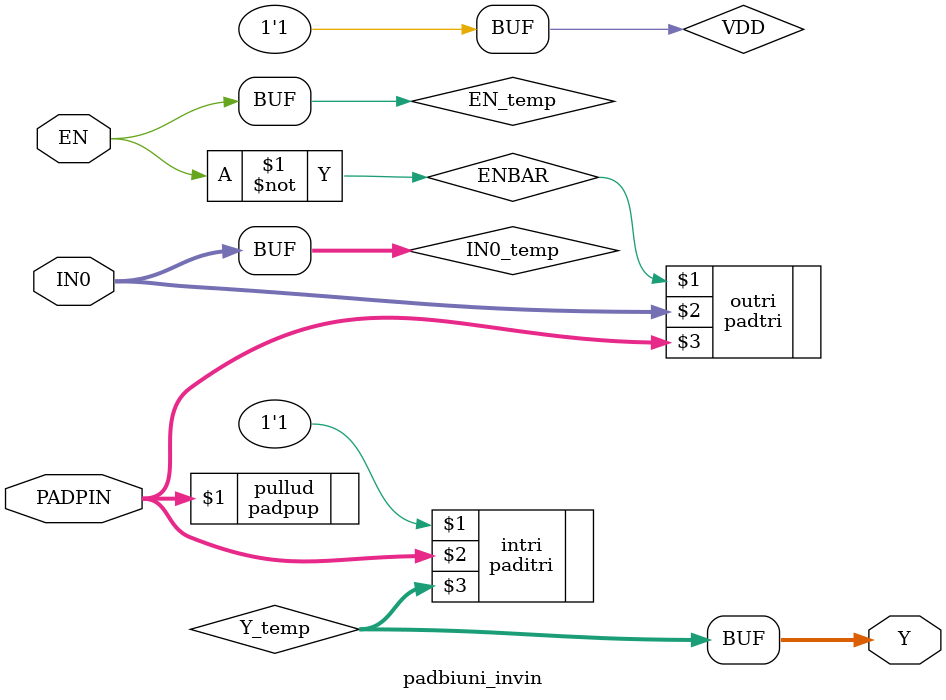
<source format=v>
module padbiuni_invin(EN,IN0,PADPIN,Y);
  parameter M = 7;
  parameter N = 0;
  parameter SLIM_FLAG = 0;
  parameter OUTDRIVE = "4MA";
  parameter LEVEL_SHIFTING = 0;
  parameter SCHMITT_TRIGGER = 0;
  parameter PULL_TYPE = "None";
  parameter
        d_EN_r = 0,
        d_EN_f = 0,
        d_IN0 = 0,
        d_PADPIN = 1,
        d_Y = 1;
  input  EN;
  input [M:N] IN0;
  inout [M:N] PADPIN;
  output [M:N] Y;
  wire  EN_temp;
  wire [M:N] IN0_temp;
  wire [M:N] PADPIN_temp;
  wire [M:N] Y_temp;
  supply1  VDD;
  wire  ENBAR;
  assign #(d_EN_r,d_EN_f) EN_temp = EN;
  assign #(d_IN0) IN0_temp = IN0;
  assign #(d_Y) Y = Y_temp;
  assign
    ENBAR = ( ~ EN_temp);
  padpup #(M,N,PULL_TYPE) pullud (PADPIN);
  padtri #(M,N) outri (ENBAR,IN0_temp,PADPIN);
  paditri #(M,N) intri (VDD,PADPIN,Y_temp);
endmodule

</source>
